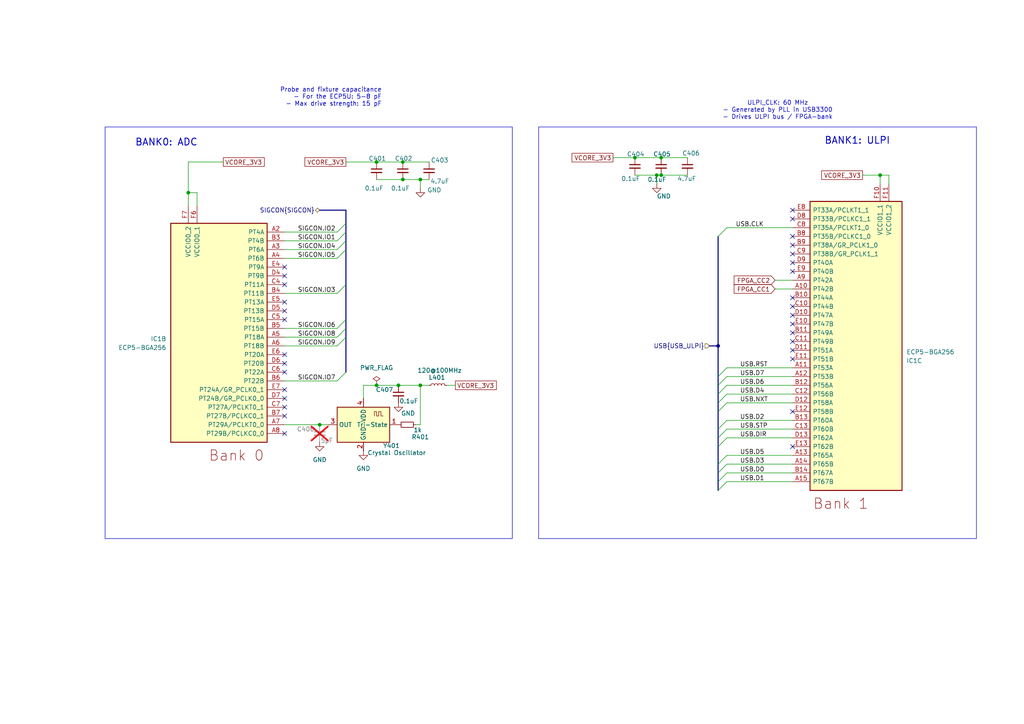
<source format=kicad_sch>
(kicad_sch (version 20250114) (generator "eeschema") (generator_version "9.0")
  (paper "A4")
  (lib_symbols
    (symbol "Device:C_Small" (pin_numbers (hide yes)) (pin_names (offset 0.254) (hide yes))
      (property "Reference" "C" (at 0.254 1.778 0))
      (property "Value" "C_Small" (at 0.254 -2.032 0))
      (symbol "C_Small_0_1"
        (polyline (pts (xy -1.524 0.508) (xy 1.524 0.508)) (stroke (width 0.3048)))
        (polyline (pts (xy -1.524 -0.508) (xy 1.524 -0.508)) (stroke (width 0.3302)))
      )
      (symbol "C_Small_1_1"
        (pin passive line (at 0 2.54 270) (length 2.032) (name "~") (number "1"))
        (pin passive line (at 0 -2.54 90) (length 2.032) (name "~") (number "2"))
      )
    )
    (symbol "Device:L_Small" (pin_numbers (hide yes)) (pin_names (offset 0.254) (hide yes))
      (property "Reference" "L" (at 0.762 1.016 0))
      (property "Value" "L_Small" (at 0.762 -1.016 0))
      (symbol "L_Small_0_1"
        (arc (start 0 2.032) (mid 0.5058 1.524) (end 0 1.016))
        (arc (start 0 1.016) (mid 0.5058 0.508) (end 0 0))
        (arc (start 0 0) (mid 0.5058 -0.508) (end 0 -1.016))
        (arc (start 0 -1.016) (mid 0.5058 -1.524) (end 0 -2.032))
      )
      (symbol "L_Small_1_1"
        (pin passive line (at 0 2.54 270) (length 0.508) (name "~") (number "1"))
        (pin passive line (at 0 -2.54 90) (length 0.508) (name "~") (number "2"))
      )
    )
    (symbol "Device:R_Small" (pin_numbers (hide yes)) (pin_names (offset 0.254) (hide yes))
      (property "Reference" "R" (at 0 0 90))
      (property "Value" "R_Small" (at 1.778 0 90))
      (symbol "R_Small_0_1"
        (rectangle (start -0.762 1.778) (end 0.762 -1.778) (stroke (width 0.2032)))
      )
      (symbol "R_Small_1_1"
        (pin passive line (at 0 2.54 270) (length 0.762) (name "~") (number "1"))
        (pin passive line (at 0 -2.54 90) (length 0.762) (name "~") (number "2"))
      )
    )
    (symbol "Oscillator:ASCO"
      (property "Reference" "Y" (at -7.62 6.35 0))
      (property "Value" "ASCO" (at 1.27 -6.35 0))
      (symbol "ASCO_0_1"
        (rectangle (start -7.62 5.08) (end 7.62 -5.08) (stroke (width 0.254)) (fill (type background)))
        (polyline (pts (xy -5.715 2.54) (xy -5.08 2.54) (xy -5.08 3.81) (xy -4.445 3.81) (xy -4.445 2.54) (xy -3.81 2.54) (xy -3.81 3.81) (xy -3.175 3.81) (xy -3.175 2.54)))
      )
      (symbol "ASCO_1_1"
        (pin input line (at -10.16 0 0) (length 2.54) (name "Tri-State") (number "1"))
        (pin power_in line (at 0 7.62 270) (length 2.54) (name "VDD") (number "4"))
        (pin power_in line (at 0 -7.62 90) (length 2.54) (name "GND") (number "2"))
        (pin output line (at 10.16 0 180) (length 2.54) (name "OUT") (number "3"))
      )
    )
    (symbol "iw-fpga_mcu:ECP5-BGA256" (pin_names (offset 0.762))
      (property "Reference" "IC" (at 1.27 45.72 0))
      (property "Value" "ECP5-BGA256" (at 1.27 43.18 0))
      (symbol "ECP5-BGA256_1_0"
        (rectangle (start -13.97 35.56) (end 13.97 -35.56) (stroke (width 0.3048)) (fill (type background)))
      )
      (symbol "ECP5-BGA256_1_1"
        (text "FPGA Supplies" (at 0 -39.37 0) (effects (font (size 2.9972 2.9972))))
        (pin power_in line (at -19.05 33.02 0) (length 5.08) (name "VCC_1") (number "G6"))
        (pin power_in line (at -19.05 30.48 0) (length 5.08) (name "VCC_2") (number "G7"))
        (pin power_in line (at -19.05 27.94 0) (length 5.08) (name "VCC_3") (number "G9"))
        (pin power_in line (at -19.05 25.4 0) (length 5.08) (name "VCC_4") (number "L8"))
        (pin power_in line (at -19.05 22.86 0) (length 5.08) (name "VCC_5") (number "L9"))
        (pin power_in line (at -19.05 20.32 0) (length 5.08) (name "VCC_6") (number "L10"))
        (pin power_in line (at -19.05 -30.48 0) (length 5.08) (name "VCCAUX_1") (number "G11"))
        (pin power_in line (at -19.05 -33.02 0) (length 5.08) (name "VCCAUX_2") (number "L7"))
        (pin power_in line (at 19.05 33.02 180) (length 5.08) (name "GND_1") (number "A1"))
        (pin power_in line (at 19.05 30.48 180) (length 5.08) (name "GND_2") (number "A16"))
        (pin power_in line (at 19.05 27.94 180) (length 5.08) (name "GND_3") (number "D2"))
        (pin power_in line (at 19.05 25.4 180) (length 5.08) (name "GND_4") (number "D15"))
        (pin power_in line (at 19.05 22.86 180) (length 5.08) (name "GND_5") (number "F8"))
        (pin power_in line (at 19.05 20.32 180) (length 5.08) (name "GND_6") (number "F9"))
        (pin power_in line (at 19.05 17.78 180) (length 5.08) (name "GND_7") (number "G8"))
        (pin power_in line (at 19.05 15.24 180) (length 5.08) (name "GND_8") (number "G10"))
        (pin power_in line (at 19.05 12.7 180) (length 5.08) (name "GND_9") (number "H1"))
        (pin power_in line (at 19.05 10.16 180) (length 5.08) (name "GND_10") (number "H8"))
        (pin power_in line (at 19.05 7.62 180) (length 5.08) (name "GND_11") (number "H9"))
        (pin power_in line (at 19.05 5.08 180) (length 5.08) (name "GND_12") (number "H10"))
        (pin power_in line (at 19.05 2.54 180) (length 5.08) (name "GND_13") (number "H16"))
        (pin power_in line (at 19.05 0 180) (length 5.08) (name "GND_14") (number "J8"))
        (pin power_in line (at 19.05 -2.54 180) (length 5.08) (name "GND_15") (number "J9"))
        (pin power_in line (at 19.05 -5.08 180) (length 5.08) (name "GND_16") (number "J10"))
        (pin power_in line (at 19.05 -7.62 180) (length 5.08) (name "GND_17") (number "K6"))
        (pin power_in line (at 19.05 -10.16 180) (length 5.08) (name "GND_18") (number "K7"))
        (pin power_in line (at 19.05 -12.7 180) (length 5.08) (name "GND_19") (number "K8"))
        (pin power_in line (at 19.05 -15.24 180) (length 5.08) (name "GND_20") (number "K9"))
        (pin power_in line (at 19.05 -17.78 180) (length 5.08) (name "GND_21") (number "K10"))
        (pin power_in line (at 19.05 -20.32 180) (length 5.08) (name "GND_22") (number "N2"))
        (pin power_in line (at 19.05 -22.86 180) (length 5.08) (name "GND_23") (number "N15"))
        (pin power_in line (at 19.05 -25.4 180) (length 5.08) (name "GND_24") (number "T1"))
        (pin power_in line (at 19.05 -27.94 180) (length 5.08) (name "GND_25") (number "T5"))
        (pin power_in line (at 19.05 -30.48 180) (length 5.08) (name "GND_26") (number "T12"))
        (pin power_in line (at 19.05 -33.02 180) (length 5.08) (name "GND_27") (number "T16"))
      )
      (symbol "ECP5-BGA256_2_1"
        (rectangle (start -19.05 31.75) (end 8.89 -31.75) (stroke (width 0.3048)) (fill (type background)))
        (text "Bank 0" (at 0 -35.56 0) (effects (font (size 2.9972 2.9972))))
        (pin power_in line (at -13.97 36.83 270) (length 5.08) (name "VCCIO0_2") (number "F7"))
        (pin power_in line (at -11.43 36.83 270) (length 5.08) (name "VCCIO0_1") (number "F6"))
        (pin bidirectional line (at 13.97 29.21 180) (length 5.08) (name "PT4A") (number "A2"))
        (pin bidirectional line (at 13.97 26.67 180) (length 5.08) (name "PT4B") (number "B3"))
        (pin bidirectional line (at 13.97 24.13 180) (length 5.08) (name "PT6A") (number "A3"))
        (pin bidirectional line (at 13.97 21.59 180) (length 5.08) (name "PT6B") (number "A4"))
        (pin bidirectional line (at 13.97 19.05 180) (length 5.08) (name "PT9A") (number "E4"))
        (pin bidirectional line (at 13.97 16.51 180) (length 5.08) (name "PT9B") (number "D4"))
        (pin bidirectional line (at 13.97 13.97 180) (length 5.08) (name "PT11A") (number "C4"))
        (pin bidirectional line (at 13.97 11.43 180) (length 5.08) (name "PT11B") (number "B4"))
        (pin bidirectional line (at 13.97 8.89 180) (length 5.08) (name "PT13A") (number "E5"))
        (pin bidirectional line (at 13.97 6.35 180) (length 5.08) (name "PT13B") (number "D5"))
        (pin bidirectional line (at 13.97 3.81 180) (length 5.08) (name "PT15A") (number "C5"))
        (pin bidirectional line (at 13.97 1.27 180) (length 5.08) (name "PT15B") (number "B5"))
        (pin bidirectional line (at 13.97 -1.27 180) (length 5.08) (name "PT18A") (number "A5"))
        (pin bidirectional line (at 13.97 -3.81 180) (length 5.08) (name "PT18B") (number "A6"))
        (pin bidirectional line (at 13.97 -6.35 180) (length 5.08) (name "PT20A") (number "E6"))
        (pin bidirectional line (at 13.97 -8.89 180) (length 5.08) (name "PT20B") (number "D6"))
        (pin bidirectional line (at 13.97 -11.43 180) (length 5.08) (name "PT22A") (number "C6"))
        (pin bidirectional line (at 13.97 -13.97 180) (length 5.08) (name "PT22B") (number "B6"))
        (pin bidirectional line (at 13.97 -16.51 180) (length 5.08) (name "PT24A/GR_PCLK0_1") (number "E7"))
        (pin bidirectional line (at 13.97 -19.05 180) (length 5.08) (name "PT24B/GR_PCLK0_0") (number "D7"))
        (pin bidirectional line (at 13.97 -21.59 180) (length 5.08) (name "PT27A/PCLKT0_1") (number "C7"))
        (pin bidirectional line (at 13.97 -24.13 180) (length 5.08) (name "PT27B/PCLKC0_1") (number "B7"))
        (pin bidirectional line (at 13.97 -26.67 180) (length 5.08) (name "PT29A/PCLKT0_0") (number "A7"))
        (pin bidirectional line (at 13.97 -29.21 180) (length 5.08) (name "PT29B/PCLKC0_0") (number "A8"))
      )
      (symbol "ECP5-BGA256_3_0"
        (rectangle (start -17.78 41.91) (end 8.89 -41.91) (stroke (width 0.3048)) (fill (type background)))
      )
      (symbol "ECP5-BGA256_3_1"
        (text "Bank 1" (at 0 -45.72 0) (effects (font (size 2.9972 2.9972))))
        (pin power_in line (at -13.97 46.99 270) (length 5.08) (name "VCCIO1_2") (number "F11"))
        (pin power_in line (at -11.43 46.99 270) (length 5.08) (name "VCCIO1_1") (number "F10"))
        (pin bidirectional line (at 13.97 39.37 180) (length 5.08) (name "PT33A/PCLKT1_1") (number "E8"))
        (pin bidirectional line (at 13.97 36.83 180) (length 5.08) (name "PT33B/PCLKC1_1") (number "D8"))
        (pin bidirectional line (at 13.97 34.29 180) (length 5.08) (name "PT35A/PCLKT1_0") (number "C8"))
        (pin bidirectional line (at 13.97 31.75 180) (length 5.08) (name "PT35B/PCLKC1_0") (number "B8"))
        (pin bidirectional line (at 13.97 29.21 180) (length 5.08) (name "PT38A/GR_PCLK1_0") (number "B9"))
        (pin bidirectional line (at 13.97 26.67 180) (length 5.08) (name "PT38B/GR_PCLK1_1") (number "C9"))
        (pin bidirectional line (at 13.97 24.13 180) (length 5.08) (name "PT40A") (number "D9"))
        (pin bidirectional line (at 13.97 21.59 180) (length 5.08) (name "PT40B") (number "E9"))
        (pin bidirectional line (at 13.97 19.05 180) (length 5.08) (name "PT42A") (number "A9"))
        (pin bidirectional line (at 13.97 16.51 180) (length 5.08) (name "PT42B") (number "A10"))
        (pin bidirectional line (at 13.97 13.97 180) (length 5.08) (name "PT44A") (number "B10"))
        (pin bidirectional line (at 13.97 11.43 180) (length 5.08) (name "PT44B") (number "C10"))
        (pin bidirectional line (at 13.97 8.89 180) (length 5.08) (name "PT47A") (number "D10"))
        (pin bidirectional line (at 13.97 6.35 180) (length 5.08) (name "PT47B") (number "E10"))
        (pin bidirectional line (at 13.97 3.81 180) (length 5.08) (name "PT49A") (number "B11"))
        (pin bidirectional line (at 13.97 1.27 180) (length 5.08) (name "PT49B") (number "C11"))
        (pin bidirectional line (at 13.97 -1.27 180) (length 5.08) (name "PT51A") (number "D11"))
        (pin bidirectional line (at 13.97 -3.81 180) (length 5.08) (name "PT51B") (number "E11"))
        (pin bidirectional line (at 13.97 -6.35 180) (length 5.08) (name "PT53A") (number "A11"))
        (pin bidirectional line (at 13.97 -8.89 180) (length 5.08) (name "PT53B") (number "A12"))
        (pin bidirectional line (at 13.97 -11.43 180) (length 5.08) (name "PT56A") (number "B12"))
        (pin bidirectional line (at 13.97 -13.97 180) (length 5.08) (name "PT56B") (number "C12"))
        (pin bidirectional line (at 13.97 -16.51 180) (length 5.08) (name "PT58A") (number "D12"))
        (pin bidirectional line (at 13.97 -19.05 180) (length 5.08) (name "PT58B") (number "E12"))
        (pin bidirectional line (at 13.97 -21.59 180) (length 5.08) (name "PT60A") (number "B13"))
        (pin bidirectional line (at 13.97 -24.13 180) (length 5.08) (name "PT60B") (number "C13"))
        (pin bidirectional line (at 13.97 -26.67 180) (length 5.08) (name "PT62A") (number "D13"))
        (pin bidirectional line (at 13.97 -29.21 180) (length 5.08) (name "PT62B") (number "E13"))
        (pin bidirectional line (at 13.97 -31.75 180) (length 5.08) (name "PT65A") (number "A13"))
        (pin bidirectional line (at 13.97 -34.29 180) (length 5.08) (name "PT65B") (number "A14"))
        (pin bidirectional line (at 13.97 -36.83 180) (length 5.08) (name "PT67A") (number "B14"))
        (pin bidirectional line (at 13.97 -39.37 180) (length 5.08) (name "PT67B") (number "A15"))
      )
      (symbol "ECP5-BGA256_4_1"
        (rectangle (start -17.78 41.91) (end 8.89 -41.91) (stroke (width 0.3048)) (fill (type background)))
        (text "Bank 2" (at 0 -45.72 0) (effects (font (size 2.9972 2.9972))))
        (pin power_in line (at -11.43 46.99 270) (length 5.08) (name "VCCIO2_1") (number "H11"))
        (pin power_in line (at -8.89 46.99 270) (length 5.08) (name "VCCIO2_2") (number "J11"))
        (pin bidirectional line (at 13.97 39.37 180) (length 5.08) (name "PR2A/RDQ8") (number "B16"))
        (pin bidirectional line (at 13.97 36.83 180) (length 5.08) (name "PR2B/S0_IN") (number "B15"))
        (pin bidirectional line (at 13.97 34.29 180) (length 5.08) (name "PR2C") (number "C14"))
        (pin bidirectional line (at 13.97 31.75 180) (length 5.08) (name "PR2D") (number "D14"))
        (pin bidirectional line (at 13.97 29.21 180) (length 5.08) (name "PR5A") (number "C16"))
        (pin bidirectional line (at 13.97 26.67 180) (length 5.08) (name "PR5B") (number "C15"))
        (pin bidirectional line (at 13.97 24.13 180) (length 5.08) (name "PR5C") (number "E14"))
        (pin bidirectional line (at 13.97 21.59 180) (length 5.08) (name "PR5D") (number "F14"))
        (pin bidirectional line (at 13.97 19.05 180) (length 5.08) (name "PR8A/RDQS8") (number "D16"))
        (pin bidirectional line (at 13.97 16.51 180) (length 5.08) (name "PR8B/RDQSN8") (number "E15"))
        (pin bidirectional line (at 13.97 13.97 180) (length 5.08) (name "PR8C") (number "F13"))
        (pin bidirectional line (at 13.97 11.43 180) (length 5.08) (name "PR8D") (number "F12"))
        (pin bidirectional line (at 13.97 8.89 180) (length 5.08) (name "PR11A") (number "G12"))
        (pin bidirectional line (at 13.97 6.35 180) (length 5.08) (name "PR11B") (number "G13"))
        (pin bidirectional line (at 13.97 3.81 180) (length 5.08) (name "PR11C") (number "F15"))
        (pin bidirectional line (at 13.97 1.27 180) (length 5.08) (name "PR11D/RDQ8") (number "E16"))
        (pin bidirectional line (at 13.97 -1.27 180) (length 5.08) (name "PR14A/RDQ20") (number "F16"))
        (pin bidirectional line (at 13.97 -3.81 180) (length 5.08) (name "PR14B") (number "G15"))
        (pin bidirectional line (at 13.97 -6.35 180) (length 5.08) (name "PR14C/VREF1_2") (number "G14"))
        (pin bidirectional line (at 13.97 -8.89 180) (length 5.08) (name "PR14D") (number "H14"))
        (pin bidirectional line (at 13.97 -11.43 180) (length 5.08) (name "PR17A") (number "H12"))
        (pin bidirectional line (at 13.97 -13.97 180) (length 5.08) (name "PR17B") (number "H13"))
        (pin bidirectional line (at 13.97 -16.51 180) (length 5.08) (name "PR17C") (number "J13"))
        (pin bidirectional line (at 13.97 -19.05 180) (length 5.08) (name "PR17D") (number "J12"))
        (pin bidirectional line (at 13.97 -21.59 180) (length 5.08) (name "PR20A/RDQS20") (number "G16"))
        (pin bidirectional line (at 13.97 -24.13 180) (length 5.08) (name "PR20B/RDQSN20") (number "H15"))
        (pin bidirectional line (at 13.97 -26.67 180) (length 5.08) (name "PR20C/GR_PCLK2_1") (number "J14"))
        (pin bidirectional line (at 13.97 -29.21 180) (length 5.08) (name "PR20D/GR_PCLK2_0") (number "K14"))
        (pin bidirectional line (at 13.97 -31.75 180) (length 5.08) (name "PR23A/PCLKT2_1") (number "J16"))
        (pin bidirectional line (at 13.97 -34.29 180) (length 5.08) (name "PR23B/PCLKC2_1") (number "J15"))
        (pin bidirectional line (at 13.97 -36.83 180) (length 5.08) (name "PR23C/PCLKT2_0") (number "K16"))
        (pin bidirectional line (at 13.97 -39.37 180) (length 5.08) (name "PR23D/PCLKC2_0/RDQ20") (number "K15"))
      )
      (symbol "ECP5-BGA256_5_0"
        (rectangle (start -26.67 41.91) (end 8.89 -41.91) (stroke (width 0.3048)) (fill (type background)))
      )
      (symbol "ECP5-BGA256_5_1"
        (text "Bank 3" (at 0 -45.72 0) (effects (font (size 2.9972 2.9972))))
        (pin power_in line (at -22.86 46.99 270) (length 5.08) (name "VCCIO3_1") (number "K11"))
        (pin power_in line (at -20.32 46.99 270) (length 5.08) (name "VCCIO3_2") (number "L11"))
        (pin bidirectional line (at 13.97 39.37 180) (length 5.08) (name "PR26A/PCLKT3_1/RDQ32") (number "L16"))
        (pin bidirectional line (at 13.97 36.83 180) (length 5.08) (name "PR26B/PCLKC3_1") (number "L15"))
        (pin bidirectional line (at 13.97 34.29 180) (length 5.08) (name "PR26C/PCLKT3_0") (number "M16"))
        (pin bidirectional line (at 13.97 31.75 180) (length 5.08) (name "PR26D/PCLKC3_0") (number "M15"))
        (pin bidirectional line (at 13.97 29.21 180) (length 5.08) (name "PR29A/GR_PCLK3_0") (number "K13"))
        (pin bidirectional line (at 13.97 26.67 180) (length 5.08) (name "PR29B") (number "K12"))
        (pin bidirectional line (at 13.97 24.13 180) (length 5.08) (name "PR29C/GR_PCLK3_1") (number "L13"))
        (pin bidirectional line (at 13.97 21.59 180) (length 5.08) (name "PR29D") (number "L12"))
        (pin bidirectional line (at 13.97 19.05 180) (length 5.08) (name "PR32A/RDQS32") (number "N16"))
        (pin bidirectional line (at 13.97 16.51 180) (length 5.08) (name "PR32B/RDQSN32") (number "P15"))
        (pin bidirectional line (at 13.97 13.97 180) (length 5.08) (name "PR32C") (number "L14"))
        (pin bidirectional line (at 13.97 11.43 180) (length 5.08) (name "PR32D") (number "M14"))
        (pin bidirectional line (at 13.97 8.89 180) (length 5.08) (name "PR35A") (number "P16"))
        (pin bidirectional line (at 13.97 6.35 180) (length 5.08) (name "PR35B/VREF1_3") (number "R16"))
        (pin bidirectional line (at 13.97 3.81 180) (length 5.08) (name "PR35C") (number "M13"))
        (pin bidirectional line (at 13.97 1.27 180) (length 5.08) (name "PR35D/RDQ32") (number "N14"))
        (pin bidirectional line (at 13.97 -1.27 180) (length 5.08) (name "PR38A/RDQ44") (number "N13"))
        (pin bidirectional line (at 13.97 -3.81 180) (length 5.08) (name "PR38B") (number "P14"))
        (pin bidirectional line (at 13.97 -6.35 180) (length 5.08) (name "PR38C") (number "R15"))
        (pin bidirectional line (at 13.97 -8.89 180) (length 5.08) (name "PR38D") (number "T15"))
        (pin bidirectional line (at 13.97 -11.43 180) (length 5.08) (name "PR41A") (number "P13"))
        (pin bidirectional line (at 13.97 -13.97 180) (length 5.08) (name "PR41B") (number "R14"))
        (pin bidirectional line (at 13.97 -16.51 180) (length 5.08) (name "PR41C") (number "R13"))
        (pin bidirectional line (at 13.97 -19.05 180) (length 5.08) (name "PR41D") (number "T14"))
        (pin bidirectional line (at 13.97 -21.59 180) (length 5.08) (name "PR44A/RDQS44") (number "R12"))
        (pin bidirectional line (at 13.97 -24.13 180) (length 5.08) (name "PR44B/RDQSN44") (number "T13"))
        (pin bidirectional line (at 13.97 -26.67 180) (length 5.08) (name "PR44C") (number "M12"))
        (pin bidirectional line (at 13.97 -29.21 180) (length 5.08) (name "PR44D") (number "N12"))
        (pin bidirectional line (at 13.97 -31.75 180) (length 5.08) (name "PR47A") (number "M11"))
        (pin bidirectional line (at 13.97 -34.29 180) (length 5.08) (name "PR47B") (number "N11"))
        (pin bidirectional line (at 13.97 -36.83 180) (length 5.08) (name "PR47C/LRC_GPLL0T_IN") (number "P11"))
        (pin bidirectional line (at 13.97 -39.37 180) (length 5.08) (name "PR47D/LRC_GPLL0C_IN/RDQ44") (number "P12"))
      )
      (symbol "ECP5-BGA256_6_1"
        (rectangle (start -20.32 41.91) (end 8.89 -41.91) (stroke (width 0.3048)) (fill (type background)))
        (text "Bank 6" (at 0 -45.72 0) (effects (font (size 2.9972 2.9972))))
        (pin power_in line (at -13.97 46.99 270) (length 5.08) (name "VCCIO6_1") (number "J6"))
        (pin power_in line (at -11.43 46.99 270) (length 5.08) (name "VCCIO6_2") (number "J7"))
        (pin bidirectional line (at 13.97 39.37 180) (length 5.08) (name "PL26A/LDQ32/PCLKT6_1") (number "L1"))
        (pin bidirectional line (at 13.97 36.83 180) (length 5.08) (name "PL26B/PCLKC6_1") (number "L2"))
        (pin bidirectional line (at 13.97 34.29 180) (length 5.08) (name "PL26C/PCLKT6_0") (number "M1"))
        (pin bidirectional line (at 13.97 31.75 180) (length 5.08) (name "PL26D/PCLKC6_0") (number "M2"))
        (pin bidirectional line (at 13.97 29.21 180) (length 5.08) (name "PL29A/GR_PCLK6_0") (number "K4"))
        (pin bidirectional line (at 13.97 26.67 180) (length 5.08) (name "PL29B") (number "K5"))
        (pin bidirectional line (at 13.97 24.13 180) (length 5.08) (name "PL29C/PL29C") (number "L4"))
        (pin bidirectional line (at 13.97 21.59 180) (length 5.08) (name "PL29D") (number "L5"))
        (pin bidirectional line (at 13.97 19.05 180) (length 5.08) (name "PL32A/LDQS32") (number "N1"))
        (pin bidirectional line (at 13.97 16.51 180) (length 5.08) (name "PL32B/LDQSN32") (number "P2"))
        (pin bidirectional line (at 13.97 13.97 180) (length 5.08) (name "PL32C") (number "L3"))
        (pin bidirectional line (at 13.97 11.43 180) (length 5.08) (name "PL32D") (number "M3"))
        (pin bidirectional line (at 13.97 8.89 180) (length 5.08) (name "PL35A") (number "P1"))
        (pin bidirectional line (at 13.97 6.35 180) (length 5.08) (name "PL35B/VREF1_6") (number "R1"))
        (pin bidirectional line (at 13.97 3.81 180) (length 5.08) (name "PL35C") (number "M4"))
        (pin bidirectional line (at 13.97 1.27 180) (length 5.08) (name "PL35D") (number "N3"))
        (pin bidirectional line (at 13.97 -1.27 180) (length 5.08) (name "PL38A/LDQ44") (number "N4"))
        (pin bidirectional line (at 13.97 -3.81 180) (length 5.08) (name "PL38B") (number "P3"))
        (pin bidirectional line (at 13.97 -6.35 180) (length 5.08) (name "PL38C") (number "R2"))
        (pin bidirectional line (at 13.97 -8.89 180) (length 5.08) (name "PL38D") (number "T2"))
        (pin bidirectional line (at 13.97 -11.43 180) (length 5.08) (name "PL44A/LDQS44") (number "R5"))
        (pin bidirectional line (at 13.97 -13.97 180) (length 5.08) (name "PL44B/LDQSN44") (number "T4"))
        (pin bidirectional line (at 13.97 -16.51 180) (length 5.08) (name "PL44C") (number "M5"))
        (pin bidirectional line (at 13.97 -19.05 180) (length 5.08) (name "PL44D") (number "N5"))
        (pin bidirectional line (at 13.97 -21.59 180) (length 5.08) (name "PL41A") (number "P4"))
        (pin bidirectional line (at 13.97 -24.13 180) (length 5.08) (name "PL41B") (number "R3"))
        (pin bidirectional line (at 13.97 -26.67 180) (length 5.08) (name "PL41C") (number "R4"))
        (pin bidirectional line (at 13.97 -29.21 180) (length 5.08) (name "PL41D") (number "T3"))
        (pin bidirectional line (at 13.97 -31.75 180) (length 5.08) (name "PL47A") (number "M6"))
        (pin bidirectional line (at 13.97 -34.29 180) (length 5.08) (name "PL47B") (number "N6"))
        (pin bidirectional line (at 13.97 -36.83 180) (length 5.08) (name "PL47D/LLC_GPLL0C_IN") (number "P5"))
        (pin bidirectional line (at 13.97 -39.37 180) (length 5.08) (name "PL47C/LLC_GPLL0T_IN") (number "P6"))
      )
      (symbol "ECP5-BGA256_7_1"
        (rectangle (start -25.4 41.91) (end 8.89 -41.91) (stroke (width 0.3048)) (fill (type background)))
        (text "Bank 7" (at 0 -45.72 0) (effects (font (size 2.9972 2.9972))))
        (pin power_in line (at -12.7 46.99 270) (length 5.08) (name "VCCIO7_2") (number "H7"))
        (pin power_in line (at -10.16 46.99 270) (length 5.08) (name "VCCIO7_1") (number "H6"))
        (pin bidirectional line (at 13.97 39.37 180) (length 5.08) (name "PL2A/LDQ8") (number "B1"))
        (pin bidirectional line (at 13.97 36.83 180) (length 5.08) (name "PL2B") (number "B2"))
        (pin bidirectional line (at 13.97 34.29 180) (length 5.08) (name "PL2C") (number "C3"))
        (pin bidirectional line (at 13.97 31.75 180) (length 5.08) (name "PL2D") (number "D3"))
        (pin bidirectional line (at 13.97 29.21 180) (length 5.08) (name "PL5A") (number "C1"))
        (pin bidirectional line (at 13.97 26.67 180) (length 5.08) (name "PL5B") (number "C2"))
        (pin bidirectional line (at 13.97 24.13 180) (length 5.08) (name "PL5C") (number "E3"))
        (pin bidirectional line (at 13.97 21.59 180) (length 5.08) (name "PL5D") (number "F3"))
        (pin bidirectional line (at 13.97 19.05 180) (length 5.08) (name "PL8A/LDQS8") (number "D1"))
        (pin bidirectional line (at 13.97 16.51 180) (length 5.08) (name "PL8B/LDQSN8") (number "E2"))
        (pin bidirectional line (at 13.97 13.97 180) (length 5.08) (name "PL8C") (number "F4"))
        (pin bidirectional line (at 13.97 11.43 180) (length 5.08) (name "PL8D") (number "F5"))
        (pin bidirectional line (at 13.97 8.89 180) (length 5.08) (name "PL11A") (number "G5"))
        (pin bidirectional line (at 13.97 6.35 180) (length 5.08) (name "PL11B") (number "G4"))
        (pin bidirectional line (at 13.97 3.81 180) (length 5.08) (name "PL11C") (number "F2"))
        (pin bidirectional line (at 13.97 1.27 180) (length 5.08) (name "PL11D/LDQ8") (number "E1"))
        (pin bidirectional line (at 13.97 -1.27 180) (length 5.08) (name "PL14A/LDQ20") (number "F1"))
        (pin bidirectional line (at 13.97 -3.81 180) (length 5.08) (name "PL14B") (number "G2"))
        (pin bidirectional line (at 13.97 -6.35 180) (length 5.08) (name "PL14C") (number "G3"))
        (pin bidirectional line (at 13.97 -8.89 180) (length 5.08) (name "PL14D") (number "H3"))
        (pin bidirectional line (at 13.97 -11.43 180) (length 5.08) (name "PL17A") (number "H5"))
        (pin bidirectional line (at 13.97 -13.97 180) (length 5.08) (name "PL17B") (number "H4"))
        (pin bidirectional line (at 13.97 -16.51 180) (length 5.08) (name "PL17C") (number "J4"))
        (pin bidirectional line (at 13.97 -19.05 180) (length 5.08) (name "PL17D") (number "J5"))
        (pin bidirectional line (at 13.97 -21.59 180) (length 5.08) (name "PL20A/GR_PCLK7_1/LDQSN20") (number "G1"))
        (pin bidirectional line (at 13.97 -24.13 180) (length 5.08) (name "PL20B/LDQS20") (number "H2"))
        (pin bidirectional line (at 13.97 -26.67 180) (length 5.08) (name "PL20C/GR_PCLK7_0") (number "J3"))
        (pin bidirectional line (at 13.97 -29.21 180) (length 5.08) (name "PL20D") (number "K3"))
        (pin bidirectional line (at 13.97 -31.75 180) (length 5.08) (name "PL23A/PCLKT7_1") (number "J1"))
        (pin bidirectional line (at 13.97 -34.29 180) (length 5.08) (name "PL23B/PCLKC7_1") (number "J2"))
        (pin bidirectional line (at 13.97 -36.83 180) (length 5.08) (name "PL23C/PCLKT7_0") (number "K1"))
        (pin bidirectional line (at 13.97 -39.37 180) (length 5.08) (name "PL23D/PCLKC7_0/LDQ20") (number "K2"))
      )
      (symbol "ECP5-BGA256_8_0"
        (text "Bank 8 (Config)" (at 0 -43.18 0) (effects (font (size 2.9972 2.9972))))
      )
      (symbol "ECP5-BGA256_8_1"
        (rectangle (start -15.24 39.37) (end 15.24 -39.37) (stroke (width 0.3048)) (fill (type background)))
        (pin power_in line (at -10.16 44.45 270) (length 5.08) (name "VCCIO8") (number "L6"))
        (pin bidirectional line (at 20.32 36.83 180) (length 5.08) (name "D7/PB4A") (number "T6"))
        (pin bidirectional line (at 20.32 34.29 180) (length 5.08) (name "D6/PB4B") (number "R6"))
        (pin bidirectional line (at 20.32 31.75 180) (length 5.08) (name "D5/MISO2/IO5/PB6A") (number "R7"))
        (pin bidirectional line (at 20.32 29.21 180) (length 5.08) (name "D4/MOSI2/IO4/PB6B") (number "P7"))
        (pin bidirectional line (at 20.32 26.67 180) (length 5.08) (name "D3/IO3/PB9A") (number "N7"))
        (pin bidirectional line (at 20.32 24.13 180) (length 5.08) (name "D2/IO2/PB9B") (number "M7"))
        (pin bidirectional line (at 20.32 21.59 180) (length 5.08) (name "D1/POCI/IO1/PB11A") (number "T7"))
        (pin bidirectional line (at 20.32 19.05 180) (length 5.08) (name "D0/PICO/IO0/PB11B") (number "T8"))
        (pin bidirectional line (at 20.32 16.51 180) (length 5.08) (name "~{CS}/~{S}/PB13A") (number "R8"))
        (pin bidirectional line (at 20.32 13.97 180) (length 5.08) (name "~{CS1}/PB13B") (number "P8"))
        (pin bidirectional line (at 20.32 11.43 180) (length 5.08) (name "~{HOLD}/DI/BUSY/~{CSSPI}/PB15A") (number "N8"))
        (pin bidirectional line (at 20.32 8.89 180) (length 5.08) (name "DOUT/~{CSO}/PB15B") (number "M8"))
        (pin bidirectional line (at 20.32 6.35 180) (length 5.08) (name "~{WRITE}/PB18A") (number "M9"))
        (pin input line (at 20.32 -1.27 180) (length 5.08) (name "TMS") (number "T11"))
        (pin input line (at 20.32 -3.81 180) (length 5.08) (name "TCK") (number "T10"))
        (pin input line (at 20.32 -6.35 180) (length 5.08) (name "TDI") (number "R11"))
        (pin output line (at 20.32 -8.89 180) (length 5.08) (name "TDO") (number "M10"))
        (pin bidirectional line (at 20.32 -15.24 180) (length 5.08) (name "MCLK/SCK/CCLK") (number "N9"))
        (pin input line (at 20.32 -20.32 180) (length 5.08) (name "CFG0") (number "N10"))
        (pin input line (at 20.32 -22.86 180) (length 5.08) (name "CFG1") (number "P10"))
        (pin input line (at 20.32 -25.4 180) (length 5.08) (name "CFG2") (number "R10"))
        (pin bidirectional line (at 20.32 -31.75 180) (length 5.08) (name "DONE") (number "P9"))
        (pin bidirectional line (at 20.32 -34.29 180) (length 5.08) (name "~{INIT}") (number "T9"))
        (pin bidirectional line (at 20.32 -36.83 180) (length 5.08) (name "~{PROGRAM}") (number "R9"))
      )
    )
    (symbol "power:GND" (power) (pin_numbers (hide yes)) (pin_names (offset 0) (hide yes))
      (property "Value" "GND" (at 0 -3.81 0))
      (symbol "GND_0_1"
        (polyline (pts (xy 0 0) (xy 0 -1.27) (xy 1.27 -1.27) (xy 0 -2.54) (xy -1.27 -1.27) (xy 0 -1.27)))
      )
      (symbol "GND_1_1"
        (pin power_in line (at 0 0 270) (length 0) (name "~") (number "1"))
      )
    )
    (symbol "power:PWR_FLAG" (power) (pin_numbers (hide yes)) (pin_names (offset 0) (hide yes))
      (property "Value" "PWR_FLAG" (at 0 3.81 0))
      (symbol "PWR_FLAG_0_0"
        (pin power_out line (at 0 0 90) (length 0) (name "~") (number "1"))
      )
      (symbol "PWR_FLAG_0_1"
        (polyline (pts (xy 0 0) (xy 0 1.27) (xy -1.016 1.905) (xy 0 2.54) (xy 1.016 1.905) (xy 0 1.27)))
      )
    )
  )
  (rectangle (start 30.48 36.83) (end 148.59 156.21))
  (rectangle (start 156.21 36.83) (end 283.21 156.21))
  (text "Probe and fixture capacitance\n- For the ECP5U: 5-8 pF\n- Max drive strength: 15 pF" (at 110.744 28.194 0) (effects (font (size 1.27 1.27) (thickness 0.1588)) (justify right)))
  (text "BANK1: ULPI\n" (at 248.666 40.894 0) (effects (font (size 2 2) (thickness 0.254) (bold yes))))
  (text "BANK0: ADC" (at 48.26 41.402 0) (effects (font (size 2 2) (thickness 0.254) (bold yes))))
  (text "ULPI_CLK: 60 MHz\n- Generated by PLL in USB3300\n- Drives ULPI bus / FPGA-bank" (at 225.552 32.004 0) (effects (font (size 1.27 1.27))))
  (junction (at 191.77 45.72))
  (junction (at 92.71 123.19))
  (junction (at 115.57 111.76))
  (junction (at 184.15 45.72))
  (junction (at 121.92 111.76))
  (junction (at 121.92 52.07))
  (junction (at 208.28 100.33))
  (junction (at 109.22 111.76))
  (junction (at 255.27 50.8))
  (junction (at 116.84 52.07))
  (junction (at 54.61 55.88))
  (junction (at 116.84 46.99))
  (junction (at 109.22 46.99))
  (junction (at 191.77 50.8))
  (junction (at 190.5 50.8))
  (no_connect (at 229.87 104.14))
  (no_connect (at 229.87 60.96))
  (no_connect (at 229.87 86.36))
  (no_connect (at 229.87 68.58))
  (no_connect (at 229.87 71.12))
  (no_connect (at 82.55 82.55))
  (no_connect (at 229.87 63.5))
  (no_connect (at 82.55 107.95))
  (no_connect (at 82.55 77.47))
  (no_connect (at 229.87 96.52))
  (no_connect (at 229.87 88.9))
  (no_connect (at 82.55 105.41))
  (no_connect (at 229.87 129.54))
  (no_connect (at 229.87 91.44))
  (no_connect (at 82.55 102.87))
  (no_connect (at 229.87 73.66))
  (no_connect (at 229.87 76.2))
  (no_connect (at 82.55 80.01))
  (no_connect (at 82.55 118.11))
  (no_connect (at 229.87 99.06))
  (no_connect (at 82.55 90.17))
  (no_connect (at 229.87 78.74))
  (no_connect (at 82.55 115.57))
  (no_connect (at 82.55 87.63))
  (no_connect (at 82.55 92.71))
  (no_connect (at 229.87 119.38))
  (no_connect (at 229.87 93.98))
  (no_connect (at 82.55 113.03))
  (no_connect (at 229.87 101.6))
  (no_connect (at 82.55 125.73))
  (no_connect (at 82.55 120.65))
  (bus_entry (at 210.82 111.76) (size -2.54 2.54))
  (bus_entry (at 97.79 72.39) (size 2.54 -2.54))
  (bus_entry (at 97.79 69.85) (size 2.54 -2.54))
  (bus_entry (at 97.79 67.31) (size 2.54 -2.54))
  (bus_entry (at 208.28 68.58) (size 2.54 -2.54))
  (bus_entry (at 97.79 74.93) (size 2.54 -2.54))
  (bus_entry (at 210.82 127) (size -2.54 2.54))
  (bus_entry (at 97.79 97.79) (size 2.54 -2.54))
  (bus_entry (at 97.79 110.49) (size 2.54 -2.54))
  (bus_entry (at 210.82 121.92) (size -2.54 2.54))
  (bus_entry (at 210.82 134.62) (size -2.54 2.54))
  (bus_entry (at 210.82 137.16) (size -2.54 2.54))
  (bus_entry (at 210.82 116.84) (size -2.54 2.54))
  (bus_entry (at 210.82 139.7) (size -2.54 2.54))
  (bus_entry (at 210.82 109.22) (size -2.54 2.54))
  (bus_entry (at 210.82 132.08) (size -2.54 2.54))
  (bus_entry (at 210.82 114.3) (size -2.54 2.54))
  (bus_entry (at 97.79 95.25) (size 2.54 -2.54))
  (bus_entry (at 210.82 124.46) (size -2.54 2.54))
  (bus_entry (at 97.79 100.33) (size 2.54 -2.54))
  (bus_entry (at 97.79 85.09) (size 2.54 -2.54))
  (bus_entry (at 210.82 106.68) (size -2.54 2.54))
  (wire (pts (xy 229.87 134.62) (xy 210.82 134.62)))
  (bus (pts (xy 208.28 68.58) (xy 208.28 100.33)))
  (wire (pts (xy 229.87 127) (xy 210.82 127)))
  (wire (pts (xy 184.15 50.8) (xy 190.5 50.8)))
  (wire (pts (xy 100.33 46.99) (xy 109.22 46.99)))
  (wire (pts (xy 190.5 53.34) (xy 190.5 50.8)))
  (wire (pts (xy 121.92 54.61) (xy 121.92 52.07)))
  (wire (pts (xy 184.15 45.72) (xy 191.77 45.72)))
  (bus (pts (xy 208.28 109.22) (xy 208.28 111.76)))
  (bus (pts (xy 100.33 92.71) (xy 100.33 95.25)))
  (wire (pts (xy 54.61 46.99) (xy 54.61 55.88)))
  (wire (pts (xy 229.87 111.76) (xy 210.82 111.76)))
  (bus (pts (xy 208.28 119.38) (xy 208.28 124.46)))
  (bus (pts (xy 208.28 114.3) (xy 208.28 116.84)))
  (bus (pts (xy 208.28 127) (xy 208.28 129.54)))
  (wire (pts (xy 82.55 97.79) (xy 97.79 97.79)))
  (wire (pts (xy 250.19 50.8) (xy 255.27 50.8)))
  (bus (pts (xy 208.28 111.76) (xy 208.28 114.3)))
  (wire (pts (xy 210.82 66.04) (xy 229.87 66.04)))
  (wire (pts (xy 109.22 46.99) (xy 116.84 46.99)))
  (wire (pts (xy 82.55 67.31) (xy 97.79 67.31)))
  (wire (pts (xy 121.92 111.76) (xy 124.46 111.76)))
  (wire (pts (xy 82.55 110.49) (xy 97.79 110.49)))
  (wire (pts (xy 210.82 106.68) (xy 229.87 106.68)))
  (wire (pts (xy 229.87 114.3) (xy 210.82 114.3)))
  (wire (pts (xy 229.87 139.7) (xy 210.82 139.7)))
  (wire (pts (xy 116.84 52.07) (xy 121.92 52.07)))
  (wire (pts (xy 257.81 53.34) (xy 257.81 50.8)))
  (wire (pts (xy 229.87 132.08) (xy 210.82 132.08)))
  (wire (pts (xy 229.87 81.28) (xy 224.79 81.28)))
  (wire (pts (xy 210.82 116.84) (xy 229.87 116.84)))
  (wire (pts (xy 54.61 55.88) (xy 54.61 59.69)))
  (wire (pts (xy 257.81 50.8) (xy 255.27 50.8)))
  (wire (pts (xy 82.55 72.39) (xy 97.79 72.39)))
  (bus (pts (xy 208.28 116.84) (xy 208.28 119.38)))
  (wire (pts (xy 82.55 74.93) (xy 97.79 74.93)))
  (bus (pts (xy 100.33 72.39) (xy 100.33 82.55)))
  (wire (pts (xy 191.77 50.8) (xy 199.39 50.8)))
  (bus (pts (xy 208.28 137.16) (xy 208.28 139.7)))
  (wire (pts (xy 129.54 111.76) (xy 132.08 111.76)))
  (bus (pts (xy 205.74 100.33) (xy 208.28 100.33)))
  (wire (pts (xy 210.82 124.46) (xy 229.87 124.46)))
  (wire (pts (xy 229.87 109.22) (xy 210.82 109.22)))
  (wire (pts (xy 82.55 123.19) (xy 92.71 123.19)))
  (wire (pts (xy 121.92 111.76) (xy 121.92 123.19)))
  (wire (pts (xy 191.77 45.72) (xy 199.39 45.72)))
  (wire (pts (xy 229.87 121.92) (xy 210.82 121.92)))
  (wire (pts (xy 229.87 137.16) (xy 210.82 137.16)))
  (wire (pts (xy 121.92 123.19) (xy 120.65 123.19)))
  (bus (pts (xy 100.33 67.31) (xy 100.33 69.85)))
  (bus (pts (xy 100.33 82.55) (xy 100.33 92.71)))
  (bus (pts (xy 100.33 107.95) (xy 100.33 97.79)))
  (wire (pts (xy 57.15 55.88) (xy 54.61 55.88)))
  (wire (pts (xy 82.55 69.85) (xy 97.79 69.85)))
  (wire (pts (xy 105.41 115.57) (xy 105.41 111.76)))
  (wire (pts (xy 105.41 111.76) (xy 109.22 111.76)))
  (bus (pts (xy 208.28 100.33) (xy 208.28 109.22)))
  (wire (pts (xy 82.55 95.25) (xy 97.79 95.25)))
  (wire (pts (xy 92.71 123.19) (xy 95.25 123.19)))
  (bus (pts (xy 100.33 60.96) (xy 100.33 64.77)))
  (wire (pts (xy 229.87 83.82) (xy 224.79 83.82)))
  (wire (pts (xy 82.55 85.09) (xy 97.79 85.09)))
  (wire (pts (xy 109.22 111.76) (xy 115.57 111.76)))
  (wire (pts (xy 115.57 111.76) (xy 121.92 111.76)))
  (wire (pts (xy 116.84 46.99) (xy 124.46 46.99)))
  (wire (pts (xy 177.8 45.72) (xy 184.15 45.72)))
  (bus (pts (xy 100.33 64.77) (xy 100.33 67.31)))
  (bus (pts (xy 208.28 124.46) (xy 208.28 127)))
  (wire (pts (xy 57.15 59.69) (xy 57.15 55.88)))
  (bus (pts (xy 100.33 97.79) (xy 100.33 95.25)))
  (wire (pts (xy 191.77 50.8) (xy 190.5 50.8)))
  (bus (pts (xy 208.28 139.7) (xy 208.28 142.24)))
  (wire (pts (xy 109.22 52.07) (xy 116.84 52.07)))
  (wire (pts (xy 82.55 100.33) (xy 97.79 100.33)))
  (wire (pts (xy 255.27 50.8) (xy 255.27 53.34)))
  (wire (pts (xy 121.92 52.07) (xy 124.46 52.07)))
  (wire (pts (xy 64.77 46.99) (xy 54.61 46.99)))
  (bus (pts (xy 100.33 60.96) (xy 92.71 60.96)))
  (bus (pts (xy 208.28 134.62) (xy 208.28 137.16)))
  (bus (pts (xy 208.28 129.54) (xy 208.28 134.62)))
  (bus (pts (xy 100.33 69.85) (xy 100.33 72.39)))
  (label "SIGCON.IO7" (at 86.36 110.49 0))
  (label "USB.D4" (at 214.63 114.3 0))
  (label "USB.D5" (at 214.63 132.08 0))
  (label "USB.D7" (at 214.63 109.22 0))
  (label "USB.D6" (at 214.63 111.76 0))
  (label "USB.NXT" (at 214.63 116.84 0))
  (label "USB.D1" (at 214.63 139.7 0))
  (label "SIGCON.IO3" (at 86.36 85.09 0))
  (label "USB.D0" (at 214.63 137.16 0))
  (label "SIGCON.IO4" (at 86.36 72.39 0))
  (label "USB.CLK" (at 213.36 66.04 0))
  (label "SIGCON.IO2" (at 86.36 67.31 0))
  (label "SIGCON.IO8" (at 86.36 97.79 0))
  (label "SIGCON.IO9" (at 86.36 100.33 0))
  (label "SIGCON.IO6" (at 86.36 95.25 0))
  (label "USB.STP" (at 214.63 124.46 0))
  (label "USB.RST" (at 214.63 106.68 0))
  (label "SIGCON.IO5" (at 86.36 74.93 0))
  (label "SIGCON.IO1" (at 86.36 69.85 0))
  (label "USB.D3" (at 214.63 134.62 0))
  (label "USB.DIR" (at 214.63 127 0))
  (label "USB.D2" (at 214.63 121.92 0))
  (global_label "VCORE_3V3" (shape passive) (at 64.77 46.99 0) (property "Intersheetrefs" "${INTERSHEET_REFS}" (effects (hide yes))))
  (global_label "VCORE_3V3" (shape passive) (at 177.8 45.72 180) (property "Intersheetrefs" "${INTERSHEET_REFS}" (effects (hide yes))))
  (global_label "FPGA_CC1" (shape input) (at 224.79 83.82 180) (property "Intersheetrefs" "${INTERSHEET_REFS}" (effects (hide yes))))
  (global_label "FPGA_CC2" (shape input) (at 224.79 81.28 180) (property "Intersheetrefs" "${INTERSHEET_REFS}" (effects (hide yes))))
  (global_label "VCORE_3V3" (shape passive) (at 250.19 50.8 180) (property "Intersheetrefs" "${INTERSHEET_REFS}" (effects (hide yes))))
  (global_label "VCORE_3V3" (shape passive) (at 132.08 111.76 0) (property "Intersheetrefs" "${INTERSHEET_REFS}" (effects (hide yes))))
  (global_label "VCORE_3V3" (shape passive) (at 100.33 46.99 180) (property "Intersheetrefs" "${INTERSHEET_REFS}" (effects (hide yes))))
  (hierarchical_label "USB{USB_ULPI}" (shape input) (at 205.74 100.33 180))
  (hierarchical_label "SIGCON{SIGCON}" (shape bidirectional) (at 92.71 60.96 180))
  (symbol (lib_id "Device:C_Small") (at 109.22 49.53 0) (mirror y) (unit 1)
    (property "Reference" "C401" (at 112.014 45.974 0) (effects (justify left)))
    (property "Value" "0.1uF" (at 111.252 54.61 0) (effects (justify left)))
    (property "Footprint" "Capacitor_SMD:C_0201_0603Metric" (effects (hide yes)))
    (property "Datasheet" "https://jlcpcb.com/api/file/downloadByFileSystemAccessId/8603345729432014848" (effects (hide yes)))
    (property "Description" "Unpolarized capacitor, small symbol" (effects (hide yes)))
    (property "LCSC Part Number" "C22435929" (effects (hide yes)))
    (property "Manufacturing Part Number" "CGA0201X7R104K160ET " (effects (hide yes)))
  )
  (symbol (lib_id "Device:C_Small") (at 199.39 48.26 0) (unit 1)
    (property "Reference" "C406" (at 197.866 44.45 0) (effects (justify left)))
    (property "Value" "4.7uF" (at 201.93 51.816 0) (effects (justify right)))
    (property "Footprint" "Capacitor_SMD:C_0402_1005Metric" (effects (hide yes)))
    (property "Datasheet" "https://jlcpcb.com/api/file/downloadByFileSystemAccessId/8579707315714920448" (effects (hide yes)))
    (property "Description" "X5R, 10V" (effects (hide yes)))
    (property "LCSC Part Number" "C23733" (effects (hide yes)))
    (property "Manufacturing Part Number" "CL05A475MP5NRNC" (effects (hide yes)))
  )
  (symbol (lib_id "power:GND") (at 121.92 54.61 0) (mirror y) (unit 1)
    (property "Reference" "#PWR0401" (effects (hide yes)))
    (property "Value" "GND" (at 125.984 55.118 0))
    (property "Description" "Power symbol creates a global label with name \"GND\" , ground" (effects (hide yes)))
  )
  (symbol (lib_id "power:PWR_FLAG") (at 109.22 111.76 0) (unit 1)
    (property "Reference" "#FLG0401" (effects (hide yes)))
    (property "Value" "PWR_FLAG" (at 109.22 106.68 0))
    (property "Description" "Special symbol for telling ERC where power comes from" (effects (hide yes)))
  )
  (symbol (lib_id "power:GND") (at 190.5 53.34 0) (mirror y) (unit 1)
    (property "Reference" "#PWR0402" (effects (hide yes)))
    (property "Value" "GND" (at 192.532 56.896 0))
    (property "Description" "Power symbol creates a global label with name \"GND\" , ground" (effects (hide yes)))
  )
  (symbol (lib_id "power:GND") (at 105.41 130.81 0) (unit 1)
    (property "Reference" "#PWR0405" (effects (hide yes)))
    (property "Value" "GND" (at 105.41 135.89 0))
    (property "Description" "Power symbol creates a global label with name \"GND\" , ground" (effects (hide yes)))
  )
  (symbol (lib_id "power:GND") (at 92.71 128.27 0) (unit 1)
    (property "Reference" "#PWR0404" (effects (hide yes)))
    (property "Value" "GND" (at 92.71 133.35 0))
    (property "Description" "Power symbol creates a global label with name \"GND\" , ground" (effects (hide yes)))
  )
  (symbol (lib_id "Oscillator:ASCO") (at 105.41 123.19 0) (mirror y) (unit 1)
    (property "Reference" "Y401" (at 113.538 129.286 0))
    (property "Value" "Crystal Oscillator" (at 115.062 131.318 0))
    (property "Footprint" "Crystal:Crystal_SMD_3225-4Pin_3.2x2.5mm" (effects (hide yes)))
    (property "Datasheet" "https://abracon.com/Oscillators/ASCO.pdf" (effects (hide yes)))
    (property "Description" "Crystal Clock Oscillator, Abracon ASCO" (effects (hide yes)))
    (property "LCSC Part Number" "C496694" (effects (hide yes)))
    (property "Manufacturing Part Number" "O93225100MEDA4SI-13" (effects (hide yes)))
  )
  (symbol (lib_id "iw-fpga_mcu:ECP5-BGA256") (at 243.84 100.33 0) (mirror y) (unit 3)
    (property "Reference" "IC1" (at 262.89 104.6344 0) (effects (justify right)))
    (property "Value" "ECP5-BGA256" (at 262.89 102.0944 0) (effects (justify right)))
    (property "Footprint" "iw-fpga_mcu:BGA256C80P16X16_1400X1400X170" (effects (hide yes)))
    (property "Datasheet" "https://jlcpcb.com/api/file/downloadByFileSystemAccessId/8588918730680111104" (effects (hide yes)))
    (property "Description" "FPGA - Field Programmable Gate Array ECP5; 12k LUTs; 1.1V" (effects (hide yes)))
    (property "LCSC Part Number" "C1521614" (effects (hide yes)))
    (property "Manufacturing Part Number" "LFE5U-25F-6BG256C " (effects (hide yes)))
  )
  (symbol (lib_id "Device:C_Small") (at 184.15 48.26 0) (mirror y) (unit 1)
    (property "Reference" "C404" (at 186.944 44.704 0) (effects (justify left)))
    (property "Value" "0.1uF" (at 185.674 51.816 0) (effects (justify left)))
    (property "Footprint" "Capacitor_SMD:C_0201_0603Metric" (effects (hide yes)))
    (property "Datasheet" "https://jlcpcb.com/api/file/downloadByFileSystemAccessId/8603345729432014848" (effects (hide yes)))
    (property "Description" "Unpolarized capacitor, small symbol" (effects (hide yes)))
    (property "LCSC Part Number" "C22435929" (effects (hide yes)))
    (property "Manufacturing Part Number" "CGA0201X7R104K160ET " (effects (hide yes)))
  )
  (symbol (lib_id "Device:C_Small") (at 124.46 49.53 0) (unit 1)
    (property "Reference" "C403" (at 124.968 46.482 0) (effects (justify left)))
    (property "Value" "4.7uF" (at 130.302 52.578 0) (effects (justify right)))
    (property "Footprint" "Capacitor_SMD:C_0402_1005Metric" (effects (hide yes)))
    (property "Datasheet" "https://jlcpcb.com/api/file/downloadByFileSystemAccessId/8579707315714920448" (effects (hide yes)))
    (property "Description" "X5R, 10V" (effects (hide yes)))
    (property "LCSC Part Number" "C23733" (effects (hide yes)))
    (property "Manufacturing Part Number" "CL05A475MP5NRNC" (effects (hide yes)))
  )
  (symbol (lib_id "Device:C_Small") (at 116.84 49.53 0) (mirror y) (unit 1)
    (property "Reference" "C402" (at 119.634 45.974 0) (effects (justify left)))
    (property "Value" "0.1uF" (at 118.872 54.61 0) (effects (justify left)))
    (property "Footprint" "Capacitor_SMD:C_0201_0603Metric" (effects (hide yes)))
    (property "Datasheet" "https://jlcpcb.com/api/file/downloadByFileSystemAccessId/8603345729432014848" (effects (hide yes)))
    (property "Description" "Unpolarized capacitor, small symbol" (effects (hide yes)))
    (property "LCSC Part Number" "C22435929" (effects (hide yes)))
    (property "Manufacturing Part Number" "CGA0201X7R104K160ET " (effects (hide yes)))
  )
  (symbol (lib_id "iw-fpga_mcu:ECP5-BGA256") (at 68.58 96.52 0) (unit 2)
    (property "Reference" "IC1" (at 48.26 98.2842 0) (effects (justify right)))
    (property "Value" "ECP5-BGA256" (at 48.26 100.8242 0) (effects (justify right)))
    (property "Footprint" "iw-fpga_mcu:BGA256C80P16X16_1400X1400X170" (effects (hide yes)))
    (property "Datasheet" "https://jlcpcb.com/api/file/downloadByFileSystemAccessId/8588918730680111104" (effects (hide yes)))
    (property "Description" "FPGA - Field Programmable Gate Array ECP5; 12k LUTs; 1.1V" (effects (hide yes)))
    (property "LCSC Part Number" "C1521614" (effects (hide yes)))
    (property "Manufacturing Part Number" "LFE5U-25F-6BG256C " (effects (hide yes)))
  )
  (symbol (lib_id "Device:L_Small") (at 127 111.76 270) (mirror x) (unit 1)
    (property "Reference" "L401" (at 126.746 109.474 90))
    (property "Value" "120@100MHz" (at 127.508 107.442 90))
    (property "Footprint" "Inductor_SMD:L_0603_1608Metric" (effects (hide yes)))
    (property "Datasheet" "https://jlcpcb.com/api/file/downloadByFileSystemAccessId/8588898925176217600" (effects (hide yes)))
    (property "Description" "25mOhm, 1-3A" (effects (hide yes)))
    (property "LCSC Part Number" "C285595" (effects (hide yes)))
    (property "Manufacturing Part Number" "UPB160805T-121Y-N " (effects (hide yes)))
  )
  (symbol (lib_id "Device:R_Small") (at 118.11 123.19 270) (unit 1)
    (property "Reference" "R401" (at 121.92 126.746 90))
    (property "Value" "1k" (at 121.158 124.714 90))
    (property "Footprint" "Resistor_SMD:R_0603_1608Metric" (effects (hide yes)))
    (property "Datasheet" "https://jlcpcb.com/api/file/downloadByFileSystemAccessId/8579706098733010944" (effects (hide yes)))
    (property "Description" "Resistor, small symbol" (effects (hide yes)))
    (property "LCSC Part Number" "C21190" (effects (hide yes)))
    (property "Manufacturing Part Number" "0603WAF1001T5E " (effects (hide yes)))
  )
  (symbol (lib_id "Device:C_Small") (at 191.77 48.26 0) (mirror y) (unit 1)
    (property "Reference" "C405" (at 194.564 44.704 0) (effects (justify left)))
    (property "Value" "0.1uF" (at 193.294 52.07 0) (effects (justify left)))
    (property "Footprint" "Capacitor_SMD:C_0201_0603Metric" (effects (hide yes)))
    (property "Datasheet" "https://jlcpcb.com/api/file/downloadByFileSystemAccessId/8603345729432014848" (effects (hide yes)))
    (property "Description" "Unpolarized capacitor, small symbol" (effects (hide yes)))
    (property "LCSC Part Number" "C22435929" (effects (hide yes)))
    (property "Manufacturing Part Number" "CGA0201X7R104K160ET " (effects (hide yes)))
  )
  (symbol (lib_id "Device:C_Small") (at 115.57 114.3 0) (unit 1)
    (property "Reference" "C407" (at 108.966 113.03 0) (effects (justify left)))
    (property "Value" "0.1uF" (at 115.824 116.332 0) (effects (justify left)))
    (property "Footprint" "Capacitor_SMD:C_0201_0603Metric" (effects (hide yes)))
    (property "Datasheet" "https://jlcpcb.com/api/file/downloadByFileSystemAccessId/8603345729432014848" (effects (hide yes)))
    (property "Description" "Unpolarized capacitor, small symbol" (effects (hide yes)))
    (property "LCSC Part Number" "C22435929" (effects (hide yes)))
    (property "Manufacturing Part Number" "CGA0201X7R104K160ET " (effects (hide yes)))
  )
  (symbol (lib_id "power:GND") (at 115.57 116.84 0) (unit 1)
    (property "Reference" "#PWR0403" (effects (hide yes)))
    (property "Value" "GND" (at 118.364 119.888 0))
    (property "Description" "Power symbol creates a global label with name \"GND\" , ground" (effects (hide yes)))
  )
  (symbol (lib_id "Device:C_Small") (at 92.71 125.73 0) (unit 1) (in_bom no) (dnp yes)
    (property "Reference" "C408" (at 86.106 124.46 0) (effects (justify left)))
    (property "Value" "5pF" (at 92.964 127.762 0) (effects (justify left)))
    (property "Footprint" "Capacitor_SMD:C_0603_1608Metric" (effects (hide yes)))
    (property "Description" "Unpolarized capacitor, small symbol" (effects (hide yes)))
  )
)
</source>
